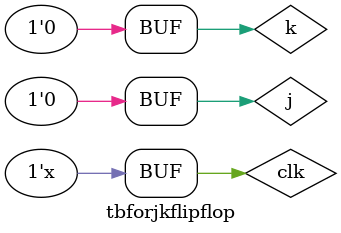
<source format=v>
`timescale 1ns / 1ps
module tbforjkflipflop();  
reg j, k, clk;  
wire q;

jkflipflop tb ( 
.j(j),  
.k(k),  
.clk(clk),  
.q(q)
);  
  
   initial begin
   clk <= 0;  
j <= 0;  
k <= 0;   
#20 
j <= 0;  
k <= 1;  
#20 
j <= 0;  
k <= 0;  
#20 
j <= 1;  
k <= 0;
#20 
j <= 0;  
k <= 0;
#20 
j <= 1;  
k <= 1;
#20 
j <= 0;  
k <= 0;  
end

always begin
#5 clk <= ~clk;
end   

endmodule  
</source>
